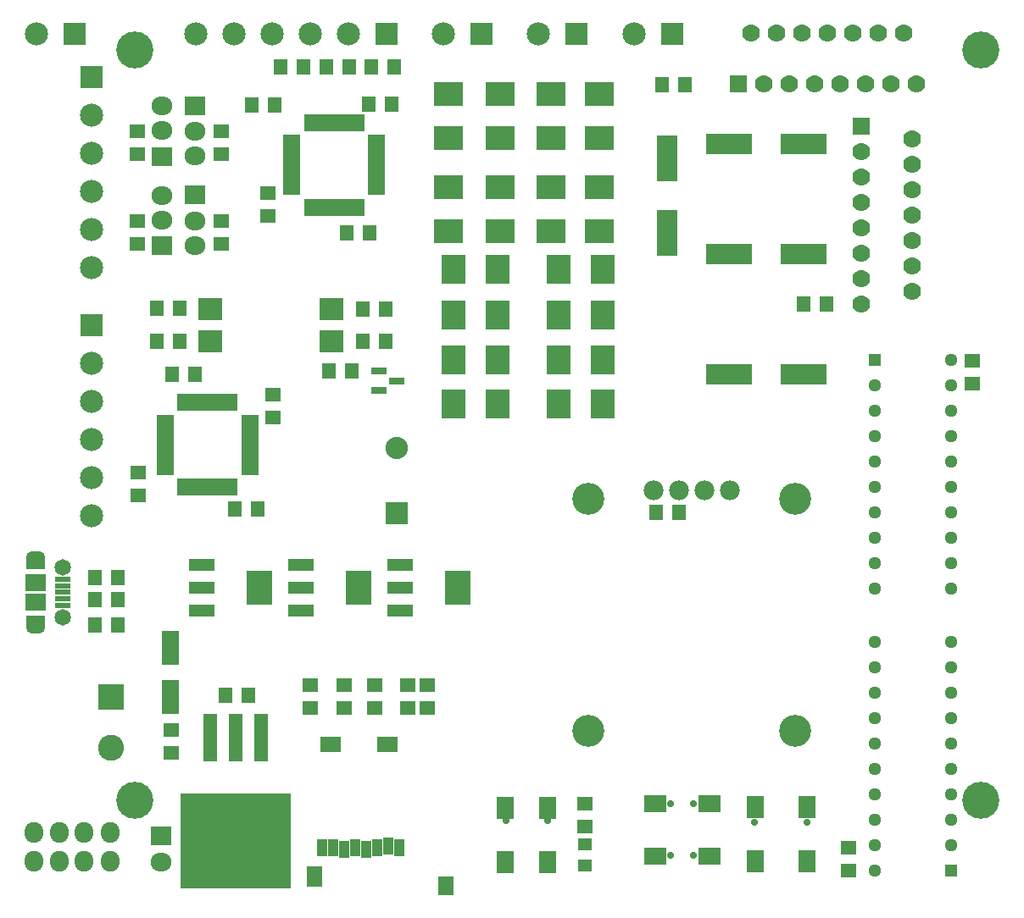
<source format=gts>
G04*
G04 #@! TF.GenerationSoftware,Altium Limited,Altium Designer,21.2.1 (34)*
G04*
G04 Layer_Color=8388736*
%FSTAX24Y24*%
%MOIN*%
G70*
G04*
G04 #@! TF.SameCoordinates,945BCF6C-99F2-443B-AAD4-787717A20437*
G04*
G04*
G04 #@! TF.FilePolarity,Negative*
G04*
G01*
G75*
%ADD21O,0.0750X0.0480*%
%ADD40R,0.0920X0.0860*%
%ADD46R,0.0830X0.0670*%
%ADD47R,0.0610X0.0240*%
%ADD48R,0.0580X0.0630*%
%ADD49R,0.1160X0.0930*%
%ADD50R,0.1812X0.0789*%
%ADD51R,0.0789X0.1812*%
%ADD52R,0.0930X0.1160*%
%ADD53R,0.0630X0.0580*%
%ADD54R,0.0671X0.0867*%
%ADD55R,0.0867X0.0671*%
%ADD56R,0.0552X0.0513*%
%ADD57R,0.0631X0.0780*%
%ADD58R,0.0395X0.0671*%
%ADD59R,0.0789X0.0631*%
%ADD60R,0.0631X0.0828*%
%ADD61R,0.1025X0.0474*%
%ADD62R,0.1025X0.1379*%
%ADD63R,0.0600X0.0300*%
%ADD64R,0.0660X0.0190*%
%ADD65R,0.0190X0.0660*%
%ADD66R,0.0710X0.1320*%
%ADD67R,0.0533X0.1891*%
%ADD68R,0.4332X0.3781*%
%ADD69C,0.0320*%
%ADD70C,0.0650*%
%ADD71R,0.0907X0.0907*%
%ADD72C,0.0907*%
%ADD73R,0.0700X0.0700*%
%ADD74C,0.0700*%
%ADD75R,0.0510X0.0510*%
%ADD76C,0.0510*%
%ADD77R,0.0880X0.0880*%
%ADD78C,0.0880*%
%ADD79R,0.0907X0.0907*%
%ADD80O,0.0830X0.0730*%
%ADD81R,0.0830X0.0730*%
%ADD82O,0.0730X0.0830*%
%ADD83C,0.0780*%
%ADD84C,0.1458*%
%ADD85C,0.1025*%
%ADD86R,0.1025X0.1025*%
%ADD87R,0.0700X0.0700*%
%ADD88C,0.1261*%
%ADD89C,0.0280*%
G36*
X010702Y023808D02*
X011452D01*
Y023348D01*
X010702D01*
Y023808D01*
D02*
G37*
G36*
Y025644D02*
X011452D01*
Y026104D01*
X010702D01*
Y025644D01*
D02*
G37*
D21*
X011077Y023348D02*
D03*
Y026104D02*
D03*
D40*
X022722Y035872D02*
D03*
Y034622D02*
D03*
X01793Y035865D02*
D03*
Y034615D02*
D03*
D46*
X011077Y024332D02*
D03*
Y025119D02*
D03*
D47*
X01213Y024214D02*
D03*
Y02447D02*
D03*
Y024726D02*
D03*
Y024982D02*
D03*
Y025238D02*
D03*
D48*
X0366Y04471D02*
D03*
X0357D02*
D03*
X04217Y03607D02*
D03*
X04127D02*
D03*
X02262Y03343D02*
D03*
X02352D02*
D03*
X02484Y03462D02*
D03*
X02394D02*
D03*
X02484Y03586D02*
D03*
X02394D02*
D03*
X02518Y04541D02*
D03*
X02428D02*
D03*
X02418Y04394D02*
D03*
X02508D02*
D03*
X02251Y04541D02*
D03*
X02341D02*
D03*
X02161D02*
D03*
X02071D02*
D03*
X02048Y04391D02*
D03*
X01958D02*
D03*
X01585Y03589D02*
D03*
X01675D02*
D03*
Y03461D02*
D03*
X01585D02*
D03*
X01645Y03331D02*
D03*
X01735D02*
D03*
X01982Y028D02*
D03*
X01892D02*
D03*
X0143Y02531D02*
D03*
X0134D02*
D03*
X0143Y02443D02*
D03*
X0134D02*
D03*
X0143Y02344D02*
D03*
X0134D02*
D03*
X01944Y02066D02*
D03*
X01854D02*
D03*
X03638Y02786D02*
D03*
X03548D02*
D03*
X02331Y03886D02*
D03*
X02421D02*
D03*
D49*
X03325Y042613D02*
D03*
Y044345D02*
D03*
X031351Y042613D02*
D03*
Y044345D02*
D03*
X029353D02*
D03*
Y042613D02*
D03*
X027324D02*
D03*
Y044345D02*
D03*
X03325Y040656D02*
D03*
Y038924D02*
D03*
X031341D02*
D03*
Y040656D02*
D03*
X029353Y038924D02*
D03*
Y040656D02*
D03*
X027324Y038924D02*
D03*
Y040656D02*
D03*
D50*
X038353Y03805D02*
D03*
X041267D02*
D03*
X038353Y04236D02*
D03*
X041267D02*
D03*
Y0333D02*
D03*
X038353D02*
D03*
D51*
X03591Y038887D02*
D03*
Y0418D02*
D03*
D52*
X027497Y03387D02*
D03*
X029229D02*
D03*
X027497Y03565D02*
D03*
X029229D02*
D03*
X027497Y03745D02*
D03*
X029229D02*
D03*
X031643D02*
D03*
X033375D02*
D03*
X031643Y03565D02*
D03*
X033375D02*
D03*
X031643Y03387D02*
D03*
X033375D02*
D03*
X029229Y03214D02*
D03*
X027497D02*
D03*
X031643D02*
D03*
X033375D02*
D03*
D53*
X04791Y03295D02*
D03*
Y03385D02*
D03*
X04303Y01377D02*
D03*
Y01467D02*
D03*
X03269Y01552D02*
D03*
Y01642D02*
D03*
X02647Y02106D02*
D03*
Y02016D02*
D03*
X02571D02*
D03*
Y02106D02*
D03*
X02441D02*
D03*
Y02016D02*
D03*
X02322Y02106D02*
D03*
Y02016D02*
D03*
X02189Y02106D02*
D03*
Y02016D02*
D03*
X02041Y03251D02*
D03*
Y03161D02*
D03*
X020225Y03955D02*
D03*
Y04045D02*
D03*
X01836Y04288D02*
D03*
Y04198D02*
D03*
X01508Y04288D02*
D03*
Y04198D02*
D03*
X01836Y03935D02*
D03*
Y03845D02*
D03*
X01508D02*
D03*
Y03935D02*
D03*
X01511Y02855D02*
D03*
Y02945D02*
D03*
X01641Y01842D02*
D03*
Y01932D02*
D03*
D54*
X04141Y016263D02*
D03*
Y014137D02*
D03*
X03936Y016263D02*
D03*
Y014137D02*
D03*
X03121Y016243D02*
D03*
Y014117D02*
D03*
X029553D02*
D03*
Y016243D02*
D03*
D55*
X035447Y0164D02*
D03*
X037573D02*
D03*
X035447Y01435D02*
D03*
X037573D02*
D03*
D56*
X03269Y013987D02*
D03*
Y014813D02*
D03*
D57*
X027214Y013156D02*
D03*
D58*
X025383Y014671D02*
D03*
X02495Y01475D02*
D03*
X024517Y014671D02*
D03*
X023651D02*
D03*
X023218Y014593D02*
D03*
X022785Y014671D02*
D03*
X022352D02*
D03*
X024084Y014593D02*
D03*
D59*
X022667Y018726D02*
D03*
X024911D02*
D03*
D60*
X022037Y013549D02*
D03*
D61*
X0254Y025808D02*
D03*
Y024902D02*
D03*
Y023997D02*
D03*
X017608Y025808D02*
D03*
Y024902D02*
D03*
Y023997D02*
D03*
X021508D02*
D03*
Y024902D02*
D03*
Y025808D02*
D03*
D62*
X027683Y024902D02*
D03*
X019892D02*
D03*
X023792D02*
D03*
D63*
X024578Y033425D02*
D03*
Y032675D02*
D03*
X025284Y03305D02*
D03*
D64*
X021155Y040457D02*
D03*
Y040654D02*
D03*
Y040851D02*
D03*
Y041048D02*
D03*
Y041245D02*
D03*
Y041442D02*
D03*
Y041638D02*
D03*
Y041835D02*
D03*
Y042032D02*
D03*
Y042229D02*
D03*
Y042426D02*
D03*
Y042623D02*
D03*
X024475D02*
D03*
Y042426D02*
D03*
Y042229D02*
D03*
Y042032D02*
D03*
Y041835D02*
D03*
Y041638D02*
D03*
Y041442D02*
D03*
Y041245D02*
D03*
Y041048D02*
D03*
Y040851D02*
D03*
Y040654D02*
D03*
Y040457D02*
D03*
X0195Y030038D02*
D03*
Y030432D02*
D03*
Y030235D02*
D03*
Y029447D02*
D03*
Y029841D02*
D03*
Y029644D02*
D03*
X01618Y030235D02*
D03*
Y030038D02*
D03*
Y029644D02*
D03*
Y029447D02*
D03*
Y029841D02*
D03*
X0195Y031416D02*
D03*
Y031219D02*
D03*
Y031613D02*
D03*
Y030628D02*
D03*
Y031022D02*
D03*
Y030825D02*
D03*
X01618Y031416D02*
D03*
Y031219D02*
D03*
Y031613D02*
D03*
Y030628D02*
D03*
Y030432D02*
D03*
Y031022D02*
D03*
Y030825D02*
D03*
D65*
X021732Y0432D02*
D03*
X021929D02*
D03*
X022126D02*
D03*
X022323D02*
D03*
X02252D02*
D03*
X022717D02*
D03*
X022913D02*
D03*
X02311D02*
D03*
X023307D02*
D03*
X023504D02*
D03*
X023701D02*
D03*
X023898D02*
D03*
Y03988D02*
D03*
X023701D02*
D03*
X023504D02*
D03*
X023307D02*
D03*
X02311D02*
D03*
X022913D02*
D03*
X022717D02*
D03*
X02252D02*
D03*
X022323D02*
D03*
X022126D02*
D03*
X021929D02*
D03*
X021732D02*
D03*
X018923Y02887D02*
D03*
X018332D02*
D03*
X018135D02*
D03*
X018726D02*
D03*
X018529D02*
D03*
X017348D02*
D03*
X017742D02*
D03*
X017545D02*
D03*
X016954D02*
D03*
X016757D02*
D03*
X017151D02*
D03*
X017938D02*
D03*
X018923Y03219D02*
D03*
X018726D02*
D03*
X018135D02*
D03*
X017938D02*
D03*
X018529D02*
D03*
X018332D02*
D03*
X017545D02*
D03*
X017348D02*
D03*
X017742D02*
D03*
X016954D02*
D03*
X016757D02*
D03*
X017151D02*
D03*
D66*
X01639Y020595D02*
D03*
Y022525D02*
D03*
D67*
X01993Y019015D02*
D03*
X01893D02*
D03*
X01793D02*
D03*
D68*
X01893Y01493D02*
D03*
D69*
X010942Y023348D02*
D03*
X011212D02*
D03*
X010942Y026104D02*
D03*
X011212D02*
D03*
D70*
X01214Y023742D02*
D03*
Y02571D02*
D03*
D71*
X036102Y046721D02*
D03*
X032356D02*
D03*
X02861D02*
D03*
X02488D02*
D03*
X012605D02*
D03*
D72*
X034602D02*
D03*
X030856D02*
D03*
X027111D02*
D03*
X01738D02*
D03*
X01888D02*
D03*
X02188D02*
D03*
X02338D02*
D03*
X02038D02*
D03*
X011105D02*
D03*
X01327Y04049D02*
D03*
Y04349D02*
D03*
Y04199D02*
D03*
Y03899D02*
D03*
Y03749D02*
D03*
Y02773D02*
D03*
Y02923D02*
D03*
Y03223D02*
D03*
Y03373D02*
D03*
Y03073D02*
D03*
D73*
X04355Y04308D02*
D03*
D74*
X04555Y04258D02*
D03*
X04355Y04208D02*
D03*
X04555Y04158D02*
D03*
X04355Y04108D02*
D03*
X04555Y04058D02*
D03*
X04355Y04008D02*
D03*
X04555Y03958D02*
D03*
X04355Y03908D02*
D03*
X04555Y03858D02*
D03*
X04355Y03808D02*
D03*
X04555Y03758D02*
D03*
X04355Y03708D02*
D03*
X04555Y03658D02*
D03*
X04355Y03608D02*
D03*
X04572Y04473D02*
D03*
X04522Y04673D02*
D03*
X04472Y04473D02*
D03*
X04422Y04673D02*
D03*
X04372Y04473D02*
D03*
X04322Y04673D02*
D03*
X04272Y04473D02*
D03*
X04222Y04673D02*
D03*
X04172Y04473D02*
D03*
X04122Y04673D02*
D03*
X04072Y04473D02*
D03*
X04022Y04673D02*
D03*
X03972Y04473D02*
D03*
X03922Y04673D02*
D03*
D75*
X04406Y03386D02*
D03*
X04706Y01377D02*
D03*
D76*
X04406Y03286D02*
D03*
Y03186D02*
D03*
Y03086D02*
D03*
Y02986D02*
D03*
Y02886D02*
D03*
Y02786D02*
D03*
Y02686D02*
D03*
Y02586D02*
D03*
Y02486D02*
D03*
X04706D02*
D03*
Y02586D02*
D03*
Y02686D02*
D03*
Y02786D02*
D03*
Y02886D02*
D03*
Y02986D02*
D03*
Y03086D02*
D03*
Y03186D02*
D03*
Y03286D02*
D03*
Y03386D02*
D03*
X04406Y01377D02*
D03*
Y01477D02*
D03*
Y01577D02*
D03*
Y01677D02*
D03*
Y01777D02*
D03*
Y01877D02*
D03*
Y01977D02*
D03*
Y02077D02*
D03*
Y02177D02*
D03*
Y02277D02*
D03*
X04706D02*
D03*
Y02177D02*
D03*
Y02077D02*
D03*
Y01977D02*
D03*
Y01877D02*
D03*
Y01777D02*
D03*
Y01677D02*
D03*
Y01577D02*
D03*
Y01477D02*
D03*
D77*
X02528Y027851D02*
D03*
D78*
Y03041D02*
D03*
D79*
X01327Y04499D02*
D03*
Y03523D02*
D03*
D80*
X01604Y04387D02*
D03*
Y04289D02*
D03*
X01734Y04287D02*
D03*
Y04189D02*
D03*
Y03935D02*
D03*
Y03837D02*
D03*
X01604Y03937D02*
D03*
Y04035D02*
D03*
X016Y01412D02*
D03*
D81*
X01604Y04188D02*
D03*
X01734Y04388D02*
D03*
Y04036D02*
D03*
X01604Y03836D02*
D03*
X016Y01513D02*
D03*
D82*
X011Y01526D02*
D03*
X01201D02*
D03*
X01299D02*
D03*
X014D02*
D03*
X011Y01413D02*
D03*
X01201D02*
D03*
X01299D02*
D03*
X014D02*
D03*
D83*
X03538Y02874D02*
D03*
X03638D02*
D03*
X03738D02*
D03*
X03838D02*
D03*
D84*
X014961Y016537D02*
D03*
X04825D02*
D03*
Y046063D02*
D03*
X014961D02*
D03*
D85*
X014045Y01862D02*
D03*
D86*
Y02062D02*
D03*
D87*
X03872Y04473D02*
D03*
D88*
X032805Y019256D02*
D03*
Y02839D02*
D03*
X040955D02*
D03*
Y019256D02*
D03*
D89*
X03603Y0164D02*
D03*
X03693D02*
D03*
Y01436D02*
D03*
X03603D02*
D03*
X04141Y01567D02*
D03*
X03935D02*
D03*
X02956Y01575D02*
D03*
X03122D02*
D03*
M02*

</source>
